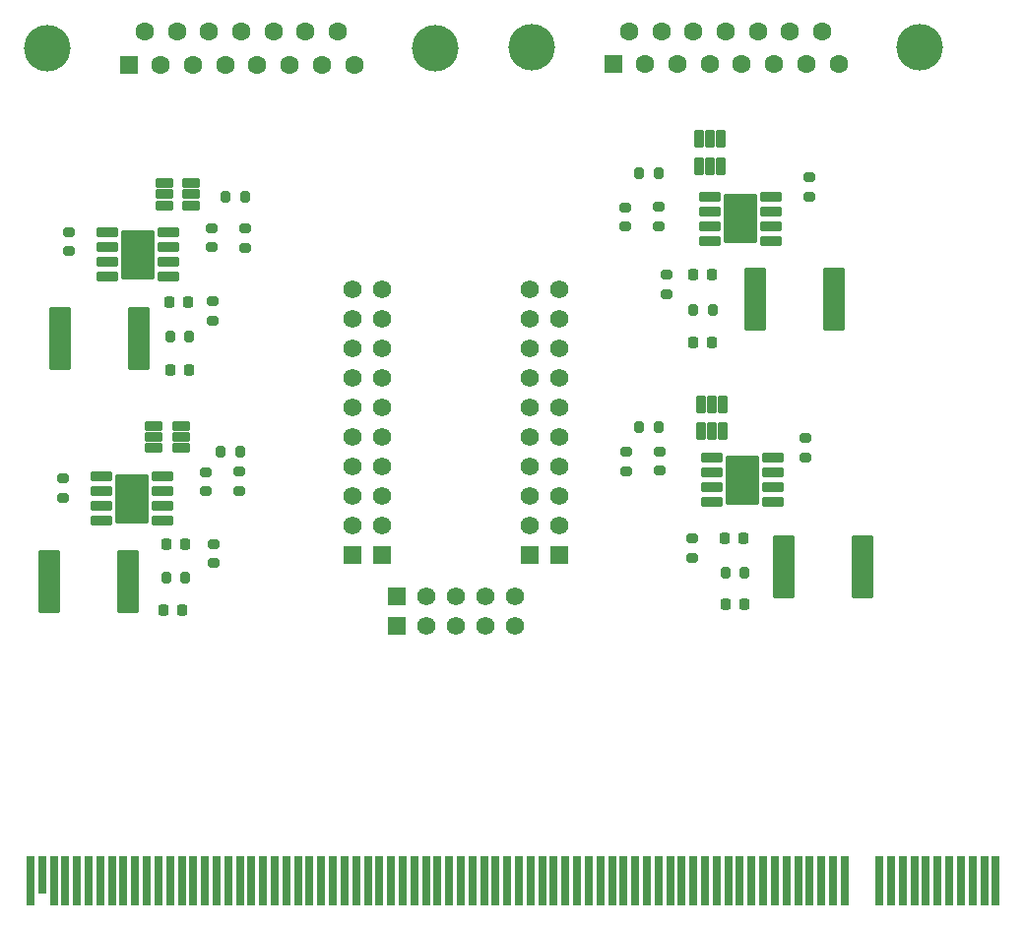
<source format=gbr>
%TF.GenerationSoftware,KiCad,Pcbnew,7.0.7*%
%TF.CreationDate,2024-02-19T11:01:40-08:00*%
%TF.ProjectId,MOSFET-board,4d4f5346-4554-42d6-926f-6172642e6b69,rev?*%
%TF.SameCoordinates,Original*%
%TF.FileFunction,Soldermask,Bot*%
%TF.FilePolarity,Negative*%
%FSLAX46Y46*%
G04 Gerber Fmt 4.6, Leading zero omitted, Abs format (unit mm)*
G04 Created by KiCad (PCBNEW 7.0.7) date 2024-02-19 11:01:40*
%MOMM*%
%LPD*%
G01*
G04 APERTURE LIST*
G04 Aperture macros list*
%AMRoundRect*
0 Rectangle with rounded corners*
0 $1 Rounding radius*
0 $2 $3 $4 $5 $6 $7 $8 $9 X,Y pos of 4 corners*
0 Add a 4 corners polygon primitive as box body*
4,1,4,$2,$3,$4,$5,$6,$7,$8,$9,$2,$3,0*
0 Add four circle primitives for the rounded corners*
1,1,$1+$1,$2,$3*
1,1,$1+$1,$4,$5*
1,1,$1+$1,$6,$7*
1,1,$1+$1,$8,$9*
0 Add four rect primitives between the rounded corners*
20,1,$1+$1,$2,$3,$4,$5,0*
20,1,$1+$1,$4,$5,$6,$7,0*
20,1,$1+$1,$6,$7,$8,$9,0*
20,1,$1+$1,$8,$9,$2,$3,0*%
G04 Aperture macros list end*
%ADD10C,1.560000*%
%ADD11C,4.000000*%
%ADD12R,1.600000X1.600000*%
%ADD13C,1.600000*%
%ADD14R,1.560000X1.560000*%
%ADD15RoundRect,0.250000X-0.712500X-2.475000X0.712500X-2.475000X0.712500X2.475000X-0.712500X2.475000X0*%
%ADD16RoundRect,0.200000X-0.275000X0.200000X-0.275000X-0.200000X0.275000X-0.200000X0.275000X0.200000X0*%
%ADD17RoundRect,0.200000X-0.200000X-0.275000X0.200000X-0.275000X0.200000X0.275000X-0.200000X0.275000X0*%
%ADD18RoundRect,0.218750X-0.218750X-0.256250X0.218750X-0.256250X0.218750X0.256250X-0.218750X0.256250X0*%
%ADD19RoundRect,0.200000X0.275000X-0.200000X0.275000X0.200000X-0.275000X0.200000X-0.275000X-0.200000X0*%
%ADD20RoundRect,0.218750X0.218750X0.256250X-0.218750X0.256250X-0.218750X-0.256250X0.218750X-0.256250X0*%
%ADD21RoundRect,0.190500X0.206500X-0.606500X0.206500X0.606500X-0.206500X0.606500X-0.206500X-0.606500X0*%
%ADD22RoundRect,0.141900X-0.800100X-0.245100X0.800100X-0.245100X0.800100X0.245100X-0.800100X0.245100X0*%
%ADD23RoundRect,0.102000X-1.325000X-2.000000X1.325000X-2.000000X1.325000X2.000000X-1.325000X2.000000X0*%
%ADD24RoundRect,0.250000X0.712500X2.475000X-0.712500X2.475000X-0.712500X-2.475000X0.712500X-2.475000X0*%
%ADD25R,0.700000X4.300000*%
%ADD26R,0.700000X3.200000*%
%ADD27RoundRect,0.200000X0.200000X0.275000X-0.200000X0.275000X-0.200000X-0.275000X0.200000X-0.275000X0*%
%ADD28RoundRect,0.190500X-0.606500X-0.206500X0.606500X-0.206500X0.606500X0.206500X-0.606500X0.206500X0*%
%ADD29RoundRect,0.141900X0.800100X0.245100X-0.800100X0.245100X-0.800100X-0.245100X0.800100X-0.245100X0*%
%ADD30RoundRect,0.102000X1.325000X2.000000X-1.325000X2.000000X-1.325000X-2.000000X1.325000X-2.000000X0*%
G04 APERTURE END LIST*
D10*
%TO.C,*%
X168860000Y-104210000D03*
%TD*%
D11*
%TO.C,J3*%
X160688000Y-73320331D03*
X127388000Y-73320331D03*
D12*
X134343000Y-74740331D03*
D13*
X137113000Y-74740331D03*
X139883000Y-74740331D03*
X142653000Y-74740331D03*
X145423000Y-74740331D03*
X148193000Y-74740331D03*
X150963000Y-74740331D03*
X153733000Y-74740331D03*
X135728000Y-71900331D03*
X138498000Y-71900331D03*
X141268000Y-71900331D03*
X144038000Y-71900331D03*
X146808000Y-71900331D03*
X149578000Y-71900331D03*
X152348000Y-71900331D03*
%TD*%
D14*
%TO.C,*%
X156160000Y-116910000D03*
%TD*%
D10*
%TO.C,*%
X156160000Y-111830000D03*
%TD*%
%TO.C,*%
X167570000Y-120460000D03*
%TD*%
%TO.C,U11*%
X153598900Y-94045500D03*
X153598900Y-96585500D03*
X153598900Y-99125500D03*
X153598900Y-101665500D03*
X153598900Y-104205500D03*
X153598900Y-106745500D03*
X153598900Y-109285500D03*
X153598900Y-111825500D03*
X153598900Y-114365500D03*
D14*
X153598900Y-116905500D03*
X157408900Y-123001500D03*
D10*
X159948900Y-123001500D03*
X162488900Y-123001500D03*
X165028900Y-123001500D03*
X167568900Y-123001500D03*
D14*
X171378340Y-116905500D03*
D10*
X171378340Y-114365500D03*
X171378340Y-111825500D03*
X171378340Y-109285500D03*
X171378340Y-106745500D03*
X171378340Y-104205500D03*
X171378340Y-101665500D03*
X171378340Y-99125500D03*
X171378340Y-96585500D03*
X171378340Y-94045500D03*
%TD*%
%TO.C,*%
X156160000Y-99130000D03*
%TD*%
%TO.C,*%
X168860000Y-94050000D03*
%TD*%
%TO.C,*%
X156160000Y-109290000D03*
%TD*%
%TO.C,*%
X168860000Y-106750000D03*
%TD*%
%TO.C,*%
X168860000Y-109290000D03*
%TD*%
%TO.C,*%
X168860000Y-96590000D03*
%TD*%
%TO.C,*%
X156160000Y-94050000D03*
%TD*%
D14*
%TO.C,*%
X168860000Y-116910000D03*
%TD*%
D10*
%TO.C,*%
X156160000Y-114370000D03*
%TD*%
%TO.C,*%
X156160000Y-104210000D03*
%TD*%
%TO.C,*%
X168860000Y-101670000D03*
%TD*%
D11*
%TO.C,J2*%
X202344000Y-73256000D03*
X169044000Y-73256000D03*
D12*
X175999000Y-74676000D03*
D13*
X178769000Y-74676000D03*
X181539000Y-74676000D03*
X184309000Y-74676000D03*
X187079000Y-74676000D03*
X189849000Y-74676000D03*
X192619000Y-74676000D03*
X195389000Y-74676000D03*
X177384000Y-71836000D03*
X180154000Y-71836000D03*
X182924000Y-71836000D03*
X185694000Y-71836000D03*
X188464000Y-71836000D03*
X191234000Y-71836000D03*
X194004000Y-71836000D03*
%TD*%
D10*
%TO.C,*%
X159950000Y-120460000D03*
%TD*%
%TO.C,*%
X168860000Y-99130000D03*
%TD*%
D14*
%TO.C,*%
X157410000Y-120460000D03*
%TD*%
D10*
%TO.C,*%
X168860000Y-111830000D03*
%TD*%
%TO.C,*%
X156160000Y-106750000D03*
%TD*%
%TO.C,*%
X162490000Y-120460000D03*
%TD*%
%TO.C,*%
X156160000Y-101670000D03*
%TD*%
%TO.C,*%
X168860000Y-114370000D03*
%TD*%
%TO.C,*%
X156160000Y-96590000D03*
%TD*%
%TO.C,*%
X165030000Y-120460000D03*
%TD*%
D15*
%TO.C,F8*%
X188242500Y-94870000D03*
X195017500Y-94870000D03*
%TD*%
D16*
%TO.C,R97*%
X179930000Y-86945000D03*
X179930000Y-88595000D03*
%TD*%
D17*
%TO.C,R26*%
X182905000Y-95795000D03*
X184555000Y-95795000D03*
%TD*%
D18*
%TO.C,D48*%
X185700000Y-121125000D03*
X187275000Y-121125000D03*
%TD*%
D19*
%TO.C,R107*%
X192855000Y-86070000D03*
X192855000Y-84420000D03*
%TD*%
D15*
%TO.C,F9*%
X190687500Y-117925000D03*
X197462500Y-117925000D03*
%TD*%
D16*
%TO.C,R78*%
X177125000Y-108025000D03*
X177125000Y-109675000D03*
%TD*%
D19*
%TO.C,R1*%
X141675000Y-117600000D03*
X141675000Y-115950000D03*
%TD*%
D16*
%TO.C,R71*%
X143900000Y-109750000D03*
X143900000Y-111400000D03*
%TD*%
D20*
%TO.C,D25*%
X184467500Y-92820000D03*
X182892500Y-92820000D03*
%TD*%
D21*
%TO.C,U29*%
X185450000Y-106252500D03*
X184500000Y-106252500D03*
X183550000Y-106252500D03*
X183550000Y-103922500D03*
X184500000Y-103922500D03*
X185450000Y-103922500D03*
%TD*%
D22*
%TO.C,U7*%
X132000000Y-113985000D03*
X132000000Y-112715000D03*
X132000000Y-111445000D03*
X132000000Y-110175000D03*
X137230000Y-110175000D03*
X137230000Y-111445000D03*
X137230000Y-112715000D03*
X137230000Y-113985000D03*
D23*
X134615000Y-112080000D03*
%TD*%
D24*
%TO.C,F2*%
X134328571Y-119213999D03*
X127553571Y-119213999D03*
%TD*%
D18*
%TO.C,D47*%
X182917500Y-98645000D03*
X184492500Y-98645000D03*
%TD*%
D25*
%TO.C,J4*%
X208915000Y-144949000D03*
X207915000Y-144949000D03*
X206915000Y-144949000D03*
X205915000Y-144949000D03*
X204915000Y-144949000D03*
X203915000Y-144949000D03*
X202915000Y-144949000D03*
X201915000Y-144949000D03*
X200915000Y-144949000D03*
X199915000Y-144949000D03*
X198915000Y-144949000D03*
X195915000Y-144949000D03*
X194915000Y-144949000D03*
X193915000Y-144949000D03*
X192915000Y-144949000D03*
X191915000Y-144949000D03*
X190915000Y-144949000D03*
X189915000Y-144949000D03*
X188915000Y-144949000D03*
X187915000Y-144949000D03*
X186915000Y-144949000D03*
X185915000Y-144949000D03*
X184915000Y-144949000D03*
X183915000Y-144949000D03*
X182915000Y-144949000D03*
X181915000Y-144949000D03*
X180915000Y-144949000D03*
X179915000Y-144949000D03*
X178915000Y-144949000D03*
X177915000Y-144949000D03*
X176915000Y-144949000D03*
X175915000Y-144949000D03*
X174915000Y-144949000D03*
X173915000Y-144949000D03*
X172915000Y-144949000D03*
X171915000Y-144949000D03*
X170915000Y-144949000D03*
X169915000Y-144949000D03*
X168915000Y-144949000D03*
X167915000Y-144949000D03*
X166915000Y-144949000D03*
X165915000Y-144949000D03*
X164915000Y-144949000D03*
X163915000Y-144949000D03*
X162915000Y-144949000D03*
X161915000Y-144949000D03*
X160915000Y-144949000D03*
X159915000Y-144949000D03*
X158915000Y-144949000D03*
X157915000Y-144949000D03*
X156915000Y-144949000D03*
X155915000Y-144949000D03*
X154915000Y-144949000D03*
X153915000Y-144949000D03*
X152915000Y-144949000D03*
X151915000Y-144949000D03*
X150915000Y-144949000D03*
X149915000Y-144949000D03*
X148915000Y-144949000D03*
X147915000Y-144949000D03*
X146915000Y-144949000D03*
X145915000Y-144949000D03*
X144915000Y-144949000D03*
X143915000Y-144949000D03*
X142915000Y-144949000D03*
X141915000Y-144949000D03*
X140915000Y-144949000D03*
X139915000Y-144949000D03*
X138915000Y-144949000D03*
X137915000Y-144949000D03*
X136915000Y-144949000D03*
X135915000Y-144949000D03*
X134915000Y-144949000D03*
X133915000Y-144949000D03*
X132915000Y-144949000D03*
X131915000Y-144949000D03*
X130915000Y-144949000D03*
X129915000Y-144949000D03*
X128915000Y-144949000D03*
X127915000Y-144949000D03*
D26*
X126915000Y-144399000D03*
D25*
X125915000Y-144949000D03*
%TD*%
D16*
%TO.C,R77*%
X177055000Y-86995000D03*
X177055000Y-88645000D03*
%TD*%
D19*
%TO.C,R5*%
X141554750Y-96736000D03*
X141554750Y-95086000D03*
%TD*%
D27*
%TO.C,R88*%
X179925000Y-105875000D03*
X178275000Y-105875000D03*
%TD*%
D18*
%TO.C,D5*%
X137862500Y-95125000D03*
X139437500Y-95125000D03*
%TD*%
D19*
%TO.C,R102*%
X129204750Y-90786000D03*
X129204750Y-89136000D03*
%TD*%
D27*
%TO.C,R2*%
X139228571Y-118875000D03*
X137578571Y-118875000D03*
%TD*%
D17*
%TO.C,R30*%
X185650000Y-118450000D03*
X187300000Y-118450000D03*
%TD*%
D16*
%TO.C,R91*%
X141025000Y-109775000D03*
X141025000Y-111425000D03*
%TD*%
D27*
%TO.C,R87*%
X179930000Y-84070000D03*
X178280000Y-84070000D03*
%TD*%
D17*
%TO.C,R82*%
X142704750Y-86086000D03*
X144354750Y-86086000D03*
%TD*%
D19*
%TO.C,R29*%
X182825000Y-117125000D03*
X182825000Y-115475000D03*
%TD*%
D24*
%TO.C,F3*%
X135217250Y-98261000D03*
X128442250Y-98261000D03*
%TD*%
D21*
%TO.C,U28*%
X185305000Y-83452500D03*
X184355000Y-83452500D03*
X183405000Y-83452500D03*
X183405000Y-81122500D03*
X184355000Y-81122500D03*
X185305000Y-81122500D03*
%TD*%
D28*
%TO.C,U22*%
X136510000Y-107700000D03*
X136510000Y-106750000D03*
X136510000Y-105800000D03*
X138840000Y-105800000D03*
X138840000Y-106750000D03*
X138840000Y-107700000D03*
%TD*%
D18*
%TO.C,D1*%
X137637500Y-115950000D03*
X139212500Y-115950000D03*
%TD*%
D20*
%TO.C,D41*%
X138928571Y-121613999D03*
X137353571Y-121613999D03*
%TD*%
D19*
%TO.C,R101*%
X128750000Y-112000000D03*
X128750000Y-110350000D03*
%TD*%
D29*
%TO.C,U8*%
X189605000Y-86070000D03*
X189605000Y-87340000D03*
X189605000Y-88610000D03*
X189605000Y-89880000D03*
X184375000Y-89880000D03*
X184375000Y-88610000D03*
X184375000Y-87340000D03*
X184375000Y-86070000D03*
D30*
X186990000Y-87975000D03*
%TD*%
D16*
%TO.C,R98*%
X180000000Y-108000000D03*
X180000000Y-109650000D03*
%TD*%
D20*
%TO.C,D42*%
X139542250Y-101036000D03*
X137967250Y-101036000D03*
%TD*%
D16*
%TO.C,R92*%
X141529750Y-88786000D03*
X141529750Y-90436000D03*
%TD*%
D20*
%TO.C,D29*%
X187212500Y-115475000D03*
X185637500Y-115475000D03*
%TD*%
D19*
%TO.C,R25*%
X180605000Y-94470000D03*
X180605000Y-92820000D03*
%TD*%
D29*
%TO.C,U10*%
X189730000Y-108540000D03*
X189730000Y-109810000D03*
X189730000Y-111080000D03*
X189730000Y-112350000D03*
X184500000Y-112350000D03*
X184500000Y-111080000D03*
X184500000Y-109810000D03*
X184500000Y-108540000D03*
D30*
X187115000Y-110445000D03*
%TD*%
D16*
%TO.C,R72*%
X144404750Y-88811000D03*
X144404750Y-90461000D03*
%TD*%
D17*
%TO.C,R81*%
X142278571Y-108025000D03*
X143928571Y-108025000D03*
%TD*%
D28*
%TO.C,U23*%
X137387500Y-86820000D03*
X137387500Y-85870000D03*
X137387500Y-84920000D03*
X139717500Y-84920000D03*
X139717500Y-85870000D03*
X139717500Y-86820000D03*
%TD*%
D22*
%TO.C,U9*%
X132549750Y-92966000D03*
X132549750Y-91696000D03*
X132549750Y-90426000D03*
X132549750Y-89156000D03*
X137779750Y-89156000D03*
X137779750Y-90426000D03*
X137779750Y-91696000D03*
X137779750Y-92966000D03*
D23*
X135164750Y-91061000D03*
%TD*%
D19*
%TO.C,R108*%
X192550000Y-108525000D03*
X192550000Y-106875000D03*
%TD*%
D27*
%TO.C,R6*%
X139554750Y-98111000D03*
X137904750Y-98111000D03*
%TD*%
M02*

</source>
